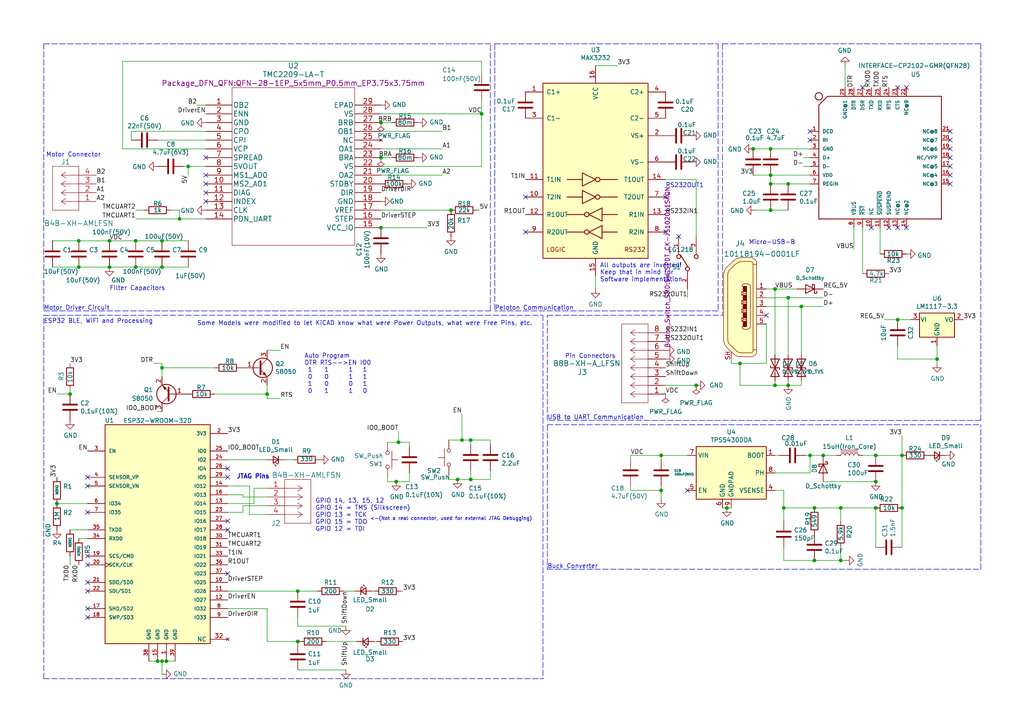
<source format=kicad_sch>
(kicad_sch (version 20211123) (generator eeschema)
  (paper "A4")
  (title_block (title "SmartSpin2k") (date "2022-09-17") (rev "2.35") (company "GitHub") (comment 1 "Design by: Alex Quilty and Xymon Aesquivel") (comment 2 "Owner: Anthony Doud"))
  (junction (at 22.86 77.47))
  (junction (at 236.22 147.32))
  (junction (at 48.26 191.77))
  (junction (at 228.6 86.36))
  (junction (at 139.7 33.02))
  (junction (at 254 132.08))
  (junction (at 110.49 66.04))
  (junction (at 77.47 114.3))
  (junction (at 236.22 162.56))
  (junction (at 46.99 191.77))
  (junction (at 227.33 147.32))
  (junction (at 45.72 191.77))
  (junction (at 46.99 69.85))
  (junction (at 46.99 106.68))
  (junction (at 110.49 35.56))
  (junction (at 39.37 69.85))
  (junction (at 191.77 142.24))
  (junction (at 234.95 132.08))
  (junction (at 136.525 127.635))
  (junction (at 86.36 171.45))
  (junction (at 243.84 147.32))
  (junction (at 223.52 43.18))
  (junction (at 31.75 69.85))
  (junction (at 201.93 111.76))
  (junction (at 110.49 45.72))
  (junction (at 130.81 60.96))
  (junction (at 218.44 43.18))
  (junction (at 132.715 139.065))
  (junction (at 214.63 105.41))
  (junction (at 243.84 162.56))
  (junction (at 20.32 114.3))
  (junction (at 54.61 48.26))
  (junction (at 228.6 53.34))
  (junction (at 39.37 77.47))
  (junction (at 224.79 111.76))
  (junction (at 260.35 92.71))
  (junction (at 254 139.7))
  (junction (at 136.525 139.065))
  (junction (at 261.62 132.08))
  (junction (at 228.6 111.76))
  (junction (at 223.52 60.96))
  (junction (at 224.79 83.82))
  (junction (at 133.985 127.635))
  (junction (at 16.51 146.05))
  (junction (at 22.86 69.85))
  (junction (at 191.77 132.08))
  (junction (at 261.62 147.32))
  (junction (at 223.52 53.34))
  (junction (at 223.52 50.8))
  (junction (at 31.75 77.47))
  (junction (at 271.78 104.14))
  (junction (at 210.82 147.32))
  (junction (at 114.935 139.7))
  (junction (at 232.41 88.9))
  (junction (at 254 147.32))
  (junction (at 86.36 186.055))
  (junction (at 115.57 128.27))
  (junction (at 238.76 132.08))
  (junction (at 46.99 77.47))
  (junction (at 52.07 63.5))
  (no_connect (at 262.89 25.4))
  (no_connect (at 152.4 67.31))
  (no_connect (at 260.35 66.04))
  (no_connect (at 25.4 163.83))
  (no_connect (at 234.95 38.1))
  (no_connect (at 59.69 55.88))
  (no_connect (at 66.04 138.43))
  (no_connect (at 25.4 171.45))
  (no_connect (at 275.59 43.18))
  (no_connect (at 260.35 25.4))
  (no_connect (at 222.25 91.44))
  (no_connect (at 275.59 40.64))
  (no_connect (at 275.59 53.34))
  (no_connect (at 199.39 142.24))
  (no_connect (at 59.69 45.72))
  (no_connect (at 252.73 66.04))
  (no_connect (at 66.04 151.13))
  (no_connect (at 257.81 66.04))
  (no_connect (at 234.95 40.64))
  (no_connect (at 25.4 138.43))
  (no_connect (at 193.04 67.31))
  (no_connect (at 250.19 25.4))
  (no_connect (at 275.59 45.72))
  (no_connect (at 25.4 179.07))
  (no_connect (at 275.59 50.8))
  (no_connect (at 275.59 38.1))
  (no_connect (at 59.69 53.34))
  (no_connect (at 25.4 148.59))
  (no_connect (at 275.59 48.26))
  (no_connect (at 196.85 68.58))
  (no_connect (at 66.04 153.67))
  (no_connect (at 262.89 66.04))
  (no_connect (at 25.4 176.53))
  (no_connect (at 152.4 57.15))
  (no_connect (at 25.4 161.29))
  (no_connect (at 66.04 166.37))
  (no_connect (at 59.69 58.42))
  (no_connect (at 66.04 135.89))
  (no_connect (at 25.4 168.91))
  (no_connect (at 193.04 57.15))
  (no_connect (at 25.4 140.97))
  (no_connect (at 59.69 50.8))
  (wire (pts (xy 227.33 162.56) (xy 236.22 162.56)))
  (wire (pts (xy 238.76 132.08) (xy 242.57 132.08)))
  (wire (pts (xy 260.35 92.71) (xy 264.16 92.71)))
  (wire (pts (xy 233.045 48.26) (xy 234.95 48.26)))
  (wire (pts (xy 59.69 38.1) (xy 38.1 38.1)))
  (polyline (pts (xy 158.75 91.44) (xy 209.55 91.44)))
  (wire (pts (xy 112.395 138.43) (xy 112.395 139.7)))
  (wire (pts (xy 128.27 38.1) (xy 110.49 38.1)))
  (wire (pts (xy 94.615 186.055) (xy 103.505 186.055)))
  (wire (pts (xy 261.62 126.365) (xy 261.62 132.08)))
  (wire (pts (xy 136.525 139.065) (xy 142.24 139.065)))
  (wire (pts (xy 118.745 137.16) (xy 118.745 139.7)))
  (wire (pts (xy 110.49 33.02) (xy 139.7 33.02)))
  (wire (pts (xy 228.6 53.34) (xy 234.95 53.34)))
  (wire (pts (xy 108.585 186.055) (xy 109.22 186.055)))
  (wire (pts (xy 81.28 115.57) (xy 77.47 115.57)))
  (wire (pts (xy 136.525 127.635) (xy 136.525 128.905)))
  (wire (pts (xy 256.54 92.71) (xy 260.35 92.71)))
  (wire (pts (xy 110.49 60.96) (xy 130.81 60.96)))
  (polyline (pts (xy 208.28 90.17) (xy 143.51 90.17)))
  (wire (pts (xy 130.175 139.065) (xy 132.715 139.065)))
  (wire (pts (xy 271.78 104.14) (xy 271.78 105.41)))
  (wire (pts (xy 223.52 53.34) (xy 228.6 53.34)))
  (wire (pts (xy 224.79 83.82) (xy 222.25 83.82)))
  (wire (pts (xy 214.63 105.41) (xy 222.25 105.41)))
  (wire (pts (xy 224.79 83.82) (xy 224.79 102.87)))
  (wire (pts (xy 210.82 147.32) (xy 212.09 147.32)))
  (wire (pts (xy 46.99 105.41) (xy 44.45 105.41)))
  (wire (pts (xy 45.72 191.77) (xy 46.99 191.77)))
  (wire (pts (xy 35.56 43.18) (xy 59.69 43.18)))
  (wire (pts (xy 66.04 148.59) (xy 70.485 148.59)))
  (wire (pts (xy 45.72 40.64) (xy 59.69 40.64)))
  (wire (pts (xy 219.075 60.96) (xy 223.52 60.96)))
  (wire (pts (xy 113.665 45.72) (xy 110.49 45.72)))
  (wire (pts (xy 54.61 48.26) (xy 53.34 48.26)))
  (wire (pts (xy 66.04 146.05) (xy 73.66 146.05)))
  (wire (pts (xy 48.26 191.77) (xy 50.8 191.77)))
  (polyline (pts (xy 12.7 91.44) (xy 157.48 91.44)))
  (wire (pts (xy 199.39 83.82) (xy 199.39 86.36)))
  (polyline (pts (xy 158.75 123.19) (xy 158.75 165.1)))
  (wire (pts (xy 72.39 140.97) (xy 66.04 140.97)))
  (wire (pts (xy 260.35 100.33) (xy 260.35 104.14)))
  (wire (pts (xy 22.86 77.47) (xy 31.75 77.47)))
  (wire (pts (xy 86.36 186.055) (xy 86.995 186.055)))
  (wire (pts (xy 66.04 143.51) (xy 70.485 143.51)))
  (wire (pts (xy 254 147.32) (xy 254 158.75)))
  (wire (pts (xy 46.99 106.68) (xy 46.99 105.41)))
  (wire (pts (xy 234.95 137.16) (xy 234.95 132.08)))
  (wire (pts (xy 247.65 66.04) (xy 247.65 72.39)))
  (wire (pts (xy 136.525 139.065) (xy 132.715 139.065)))
  (wire (pts (xy 250.19 132.08) (xy 254 132.08)))
  (wire (pts (xy 46.99 109.22) (xy 46.99 106.68)))
  (wire (pts (xy 115.57 125.095) (xy 115.57 128.27)))
  (wire (pts (xy 227.33 142.24) (xy 227.33 147.32)))
  (wire (pts (xy 130.175 137.795) (xy 130.175 139.065)))
  (wire (pts (xy 228.6 86.36) (xy 228.6 102.87)))
  (wire (pts (xy 193.04 111.76) (xy 201.93 111.76)))
  (wire (pts (xy 236.22 147.32) (xy 243.84 147.32)))
  (polyline (pts (xy 12.7 90.17) (xy 142.24 90.17)))
  (wire (pts (xy 52.07 63.5) (xy 39.37 63.5)))
  (wire (pts (xy 54.61 50.8) (xy 54.61 48.26)))
  (wire (pts (xy 46.99 191.77) (xy 48.26 191.77)))
  (wire (pts (xy 128.27 43.18) (xy 110.49 43.18)))
  (wire (pts (xy 112.395 139.7) (xy 114.935 139.7)))
  (wire (pts (xy 116.84 171.45) (xy 116.205 171.45)))
  (polyline (pts (xy 209.55 12.7) (xy 209.55 91.44)))
  (wire (pts (xy 182.88 132.08) (xy 191.77 132.08)))
  (wire (pts (xy 224.79 142.24) (xy 227.33 142.24)))
  (wire (pts (xy 108.585 171.45) (xy 107.95 171.45)))
  (wire (pts (xy 142.24 136.525) (xy 142.24 139.065)))
  (wire (pts (xy 39.37 69.85) (xy 46.99 69.85)))
  (wire (pts (xy 16.51 114.3) (xy 20.32 114.3)))
  (wire (pts (xy 31.75 77.47) (xy 39.37 77.47)))
  (wire (pts (xy 224.79 132.08) (xy 226.06 132.08)))
  (wire (pts (xy 232.41 110.49) (xy 232.41 111.76)))
  (wire (pts (xy 223.52 60.96) (xy 228.6 60.96)))
  (wire (pts (xy 212.09 105.41) (xy 214.63 105.41)))
  (polyline (pts (xy 12.7 196.85) (xy 157.48 196.85)))
  (wire (pts (xy 70.485 146.685) (xy 70.485 148.59)))
  (wire (pts (xy 70.485 144.145) (xy 70.485 143.51)))
  (wire (pts (xy 16.51 146.05) (xy 25.4 146.05)))
  (wire (pts (xy 233.68 132.08) (xy 234.95 132.08)))
  (polyline (pts (xy 284.48 165.1) (xy 284.48 123.19)))
  (wire (pts (xy 54.61 77.47) (xy 46.99 77.47)))
  (wire (pts (xy 223.52 43.18) (xy 234.95 43.18)))
  (wire (pts (xy 271.78 100.33) (xy 271.78 104.14)))
  (wire (pts (xy 130.175 127.635) (xy 133.985 127.635)))
  (wire (pts (xy 133.985 127.635) (xy 136.525 127.635)))
  (polyline (pts (xy 12.7 196.85) (xy 12.7 91.44)))
  (wire (pts (xy 227.33 158.75) (xy 227.33 162.56)))
  (wire (pts (xy 45.72 119.38) (xy 46.99 119.38)))
  (wire (pts (xy 201.93 52.07) (xy 201.93 68.58)))
  (wire (pts (xy 199.39 132.08) (xy 191.77 132.08)))
  (wire (pts (xy 118.745 128.27) (xy 118.745 129.54)))
  (wire (pts (xy 20.32 153.67) (xy 25.4 153.67)))
  (wire (pts (xy 31.75 69.85) (xy 39.37 69.85)))
  (polyline (pts (xy 157.48 91.44) (xy 157.48 196.85)))
  (wire (pts (xy 15.24 69.85) (xy 22.86 69.85)))
  (wire (pts (xy 223.52 53.34) (xy 223.52 50.8)))
  (wire (pts (xy 191.77 132.08) (xy 191.77 133.35)))
  (wire (pts (xy 255.27 66.04) (xy 255.27 73.66)))
  (wire (pts (xy 82.55 133.35) (xy 85.09 133.35)))
  (wire (pts (xy 260.35 104.14) (xy 271.78 104.14)))
  (wire (pts (xy 139.7 29.21) (xy 139.7 33.02)))
  (wire (pts (xy 243.84 147.32) (xy 243.84 151.13)))
  (wire (pts (xy 35.56 17.78) (xy 139.7 17.78)))
  (wire (pts (xy 212.09 104.14) (xy 212.09 105.41)))
  (wire (pts (xy 236.22 162.56) (xy 243.84 162.56)))
  (wire (pts (xy 99.695 171.45) (xy 102.87 171.45)))
  (wire (pts (xy 20.32 113.03) (xy 20.32 114.3)))
  (wire (pts (xy 222.25 105.41) (xy 222.25 93.98)))
  (wire (pts (xy 115.57 128.27) (xy 118.745 128.27)))
  (wire (pts (xy 261.62 132.08) (xy 261.62 147.32)))
  (wire (pts (xy 136.525 136.525) (xy 136.525 139.065)))
  (wire (pts (xy 54.61 69.85) (xy 46.99 69.85)))
  (wire (pts (xy 59.69 63.5) (xy 52.07 63.5)))
  (wire (pts (xy 22.86 69.85) (xy 31.75 69.85)))
  (wire (pts (xy 214.63 111.76) (xy 224.79 111.76)))
  (wire (pts (xy 223.52 50.8) (xy 234.95 50.8)))
  (wire (pts (xy 86.36 181.61) (xy 100.33 181.61)))
  (polyline (pts (xy 12.7 12.7) (xy 142.24 12.7)))
  (polyline (pts (xy 12.7 12.7) (xy 12.7 90.17)))
  (wire (pts (xy 110.49 35.56) (xy 113.665 35.56)))
  (wire (pts (xy 35.56 17.78) (xy 35.56 43.18)))
  (wire (pts (xy 182.88 140.97) (xy 182.88 142.24)))
  (polyline (pts (xy 158.75 121.92) (xy 158.75 91.44)))
  (wire (pts (xy 110.49 66.04) (xy 123.825 66.04)))
  (wire (pts (xy 224.79 137.16) (xy 234.95 137.16)))
  (wire (pts (xy 250.19 66.04) (xy 250.19 79.375)))
  (wire (pts (xy 139.7 21.59) (xy 139.7 17.78)))
  (wire (pts (xy 86.36 171.45) (xy 92.075 171.45)))
  (wire (pts (xy 191.77 142.24) (xy 191.77 144.78)))
  (wire (pts (xy 234.95 132.08) (xy 238.76 132.08)))
  (wire (pts (xy 243.84 162.56) (xy 245.11 162.56)))
  (wire (pts (xy 209.55 147.32) (xy 210.82 147.32)))
  (wire (pts (xy 243.84 158.75) (xy 243.84 162.56)))
  (wire (pts (xy 243.84 147.32) (xy 254 147.32)))
  (wire (pts (xy 39.37 60.96) (xy 41.91 60.96)))
  (wire (pts (xy 172.72 80.01) (xy 172.72 83.82)))
  (wire (pts (xy 182.88 142.24) (xy 191.77 142.24)))
  (wire (pts (xy 86.36 186.055) (xy 86.36 186.69)))
  (wire (pts (xy 191.77 140.97) (xy 191.77 142.24)))
  (wire (pts (xy 15.24 77.47) (xy 22.86 77.47)))
  (wire (pts (xy 57.15 30.48) (xy 59.69 30.48)))
  (wire (pts (xy 39.37 77.47) (xy 46.99 77.47)))
  (polyline (pts (xy 143.51 12.7) (xy 208.28 12.7)))
  (wire (pts (xy 77.47 149.225) (xy 72.39 149.225)))
  (wire (pts (xy 86.36 186.055) (xy 77.47 186.055)))
  (wire (pts (xy 142.24 128.905) (xy 142.24 127.635)))
  (polyline (pts (xy 158.75 123.19) (xy 284.48 123.19)))
  (wire (pts (xy 228.6 86.36) (xy 238.76 86.36)))
  (wire (pts (xy 77.47 176.53) (xy 66.04 176.53)))
  (wire (pts (xy 133.985 120.015) (xy 133.985 127.635)))
  (polyline (pts (xy 142.24 90.17) (xy 142.24 12.7)))
  (wire (pts (xy 112.395 128.27) (xy 115.57 128.27)))
  (wire (pts (xy 232.41 88.9) (xy 232.41 102.87)))
  (wire (pts (xy 38.1 38.1) (xy 38.1 40.64)))
  (wire (pts (xy 77.47 144.145) (xy 70.485 144.145)))
  (wire (pts (xy 66.04 133.35) (xy 77.47 133.35)))
  (polyline (pts (xy 284.48 12.7) (xy 284.48 121.92)))
  (wire (pts (xy 72.39 149.225) (xy 72.39 140.97)))
  (wire (pts (xy 62.23 106.68) (xy 46.99 106.68)))
  (wire (pts (xy 81.28 101.6) (xy 77.47 101.6)))
  (wire (pts (xy 128.27 50.8) (xy 110.49 50.8)))
  (wire (pts (xy 136.525 127.635) (xy 142.24 127.635)))
  (wire (pts (xy 62.23 114.3) (xy 77.47 114.3)))
  (wire (pts (xy 223.52 43.18) (xy 218.44 43.18)))
  (wire (pts (xy 223.52 50.8) (xy 218.44 50.8)))
  (wire (pts (xy 224.79 111.76) (xy 228.6 111.76)))
  (wire (pts (xy 231.14 83.82) (xy 224.79 83.82)))
  (wire (pts (xy 222.25 88.9) (xy 232.41 88.9)))
  (wire (pts (xy 100.33 194.31) (xy 86.36 194.31)))
  (wire (pts (xy 118.745 139.7) (xy 114.935 139.7)))
  (wire (pts (xy 245.11 19.05) (xy 245.11 25.4)))
  (wire (pts (xy 20.32 163.83) (xy 20.32 161.29)))
  (wire (pts (xy 224.79 110.49) (xy 224.79 111.76)))
  (wire (pts (xy 254 132.08) (xy 261.62 132.08)))
  (wire (pts (xy 222.25 86.36) (xy 228.6 86.36)))
  (polyline (pts (xy 208.28 12.7) (xy 208.28 90.17)))
  (wire (pts (xy 172.72 19.05) (xy 179.07 19.05)))
  (wire (pts (xy 193.04 52.07) (xy 201.93 52.07)))
  (wire (pts (xy 46.99 191.77) (xy 46.99 195.58)))
  (wire (pts (xy 261.62 147.32) (xy 261.62 158.75)))
  (polyline (pts (xy 284.48 121.92) (xy 158.75 121.92)))
  (wire (pts (xy 228.6 110.49) (xy 228.6 111.76)))
  (polyline (pts (xy 158.75 165.1) (xy 284.48 165.1)))
  (wire (pts (xy 22.86 156.21) (xy 25.4 156.21)))
  (wire (pts (xy 66.04 171.45) (xy 86.36 171.45)))
  (wire (pts (xy 233.045 45.72) (xy 234.95 45.72)))
  (wire (pts (xy 182.88 132.08) (xy 182.88 133.35)))
  (wire (pts (xy 232.41 88.9) (xy 238.76 88.9)))
  (wire (pts (xy 77.47 115.57) (xy 77.47 114.3)))
  (polyline (pts (xy 209.55 12.7) (xy 284.48 12.7)))
  (wire (pts (xy 77.47 146.685) (xy 70.485 146.685)))
  (wire (pts (xy 227.33 151.13) (xy 227.33 147.32)))
  (wire (pts (xy 73.66 146.05) (xy 73.66 141.605)))
  (wire (pts (xy 52.07 60.96) (xy 52.07 63.5)))
  (wire (pts (xy 77.47 186.055) (xy 77.47 176.53)))
  (wire (pts (xy 54.61 48.26) (xy 59.69 48.26)))
  (wire (pts (xy 49.53 60.96) (xy 52.07 60.96)))
  (wire (pts (xy 110.49 48.26) (xy 139.7 48.26)))
  (wire (pts (xy 228.6 111.76) (xy 232.41 111.76)))
  (wire (pts (xy 77.47 114.3) (xy 77.47 111.76)))
  (wire (pts (xy 139.065 60.96) (xy 138.43 60.96)))
  (wire (pts (xy 43.18 191.77) (xy 45.72 191.77)))
  (wire (pts (xy 86.36 179.07) (xy 86.36 181.61)))
  (wire (pts (xy 139.7 33.02) (xy 139.7 48.26)))
  (wire (pts (xy 73.66 141.605) (xy 77.47 141.605)))
  (polyline (pts (xy 143.51 12.7) (xy 143.51 90.17)))
  (wire (pts (xy 236.22 147.32) (xy 227.33 147.32)))
  (wire (pts (xy 214.63 105.41) (xy 214.63 111.76)))
  (wire (pts (xy 238.76 139.7) (xy 254 139.7)))
  (text "Peloton Communication" (at 143.51 90.17 0) (effects (font (size 1.27 1.27)) (justify left bottom)))
  (text "JTAG Pins" (at 68.58 139.065 0) (effects (font (size 1.27 1.27) (thickness 0.254) bold) (justify left bottom)))
  (text "Motor Connector" (at 13.335 45.72 0) (effects (font (size 1.27 1.27)) (justify left bottom)))
  (text "Buck Converter" (at 158.75 165.1 0) (effects (font (size 1.27 1.27)) (justify left bottom)))
  (text "ESP32 BLE, WiFi and Processing" (at 12.7 93.98 0) (effects (font (size 1.27 1.27)) (justify left bottom)))
  (text "RS232OUT1" (at 193.04 54.61 0) (effects (font (size 1.27 1.27)) (justify left bottom)))
  (text "USB to UART Communication" (at 158.75 121.92 0) (effects (font (size 1.27 1.27)) (justify left bottom)))
  (text "Pin Connectors" (at 163.83 104.14 0) (effects (font (size 1.27 1.27)) (justify left bottom)))
  (text "All outputs are inverted! \nKeep that in mind for\nSoftware implementation" (at 173.99 81.915 0) (effects (font (size 1.27 1.27)) (justify left bottom)))
  (text "<-(Not a real connector, used for external JTAG Debugging)" (at 107.315 151.13 0) (effects (font (size 1 1)) (justify left bottom)))
  (text "Some Models were modified to let KiCAD know what were Power Outputs, what were Free Pins, etc." (at 57.15 94.615 0) (effects (font (size 1.27 1.27)) (justify left bottom)))
  (text "Auto Program\nDTR RTS-->EN IO0\n 1	 1	   1   1\n 0	 0	   1   1\n 1	 0	   0   1\n 0	 1	   1   0" (at 88.265 114.3 0) (effects (font (size 1.27 1.27)) (justify left bottom)))
  (text "GPIO 14, 13, 15, 12\nGPIO 14 = TMS (Silkscreen)\nGPIO 13 = TCK\nGPIO 15 = TDO\nGPIO 12 = TDI\n" (at 91.44 154.305 0) (effects (font (size 1.27 1.27)) (justify left bottom)))
  (text "Motor Driver Circuit" (at 12.7 90.17 0) (effects (font (size 1.27 1.27)) (justify left bottom)))
  (text "Filter Capacitors" (at 31.75 84.455 0) (effects (font (size 1.27 1.27)) (justify left bottom)))
  (text "Micro-USB-B\n" (at 217.17 71.12 0) (effects (font (size 1.27 1.27)) (justify left bottom)))
  (label "DTR" (at 247.65 25.4 90))
  (label "RTS" (at 257.81 25.4 90))
  (label "D+" (at 233.045 45.72 180))
  (label "RS232IN1" (at 193.04 62.23 0))
  (label "B1" (at 27.94 53.34 0))
  (label "VBUS" (at 247.65 72.39 180))
  (label "3V3" (at 279.4 92.71 0))
  (label "3V3" (at 257.81 79.375 0))
  (label "3V3" (at 123.825 66.04 0))
  (label "RXD0" (at 252.73 25.4 90))
  (label "D-" (at 238.76 86.36 0))
  (label "TMCUART2" (at 39.37 60.96 180))
  (label "DriverDIR" (at 110.49 55.88 0))
  (label "RS232IN1" (at 193.04 96.52 0))
  (label "R1OUT" (at 66.04 163.83 0))
  (label "ShiftUp" (at 193.04 106.68 0))
  (label "B2" (at 27.94 50.8 0))
  (label "RXD0" (at 22.86 163.83 270))
  (label "3V3" (at 261.62 126.365 180))
  (label "A1" (at 27.94 55.88 0))
  (label "5V" (at 139.065 60.96 0))
  (label "TMCUART1" (at 66.04 156.21 0))
  (label "A1" (at 128.27 43.18 0))
  (label "3V3" (at 20.32 105.41 0))
  (label "ShiftDown" (at 193.04 109.22 0))
  (label "BRA" (at 113.665 45.72 180))
  (label "RS232OUT1" (at 193.04 99.06 0))
  (label "TMCUART1" (at 39.37 63.5 180))
  (label "TXD0" (at 255.27 25.4 90))
  (label "DriverSTEP" (at 110.49 63.5 0))
  (label "IO0_BOOT" (at 45.72 119.38 180))
  (label "DTR" (at 44.45 105.41 180))
  (label "VDC" (at 182.88 132.08 0))
  (label "VDC" (at 31.75 69.85 0))
  (label "D-" (at 233.045 48.26 180))
  (label "IO0_BOOT" (at 115.57 125.095 180))
  (label "ShiftDown" (at 100.965 171.45 270))
  (label "A2" (at 27.94 58.42 0))
  (label "ShiftUp" (at 100.965 186.055 270))
  (label "REG_5V" (at 238.76 83.82 0))
  (label "DriverEN" (at 59.69 33.02 180))
  (label "VDC" (at 193.04 114.3 0))
  (label "EN" (at 133.985 120.015 180))
  (label "3V3" (at 16.51 138.43 90))
  (label "REG_5V" (at 256.54 92.71 180))
  (label "T1IN" (at 66.04 161.29 0))
  (label "VDC" (at 139.7 33.02 180))
  (label "RTS" (at 81.28 115.57 0))
  (label "DriverDIR" (at 66.04 179.07 0))
  (label "VBUS" (at 224.79 83.82 0))
  (label "3V3" (at 116.84 171.45 0))
  (label "TMCUART2" (at 66.04 158.75 0))
  (label "B1" (at 128.27 38.1 0))
  (label "DriverSTEP" (at 66.04 168.91 0))
  (label "RS232OUT1" (at 199.39 86.36 180))
  (label "BRB" (at 113.665 35.56 180))
  (label "D+" (at 238.76 88.9 0))
  (label "A2" (at 128.27 50.8 0))
  (label "EN" (at 16.51 114.3 180))
  (label "EN" (at 81.28 101.6 0))
  (label "5V" (at 54.61 50.8 270))
  (label "B2" (at 57.15 30.48 180))
  (label "3V3" (at 116.84 186.055 0))
  (label "R1OUT" (at 152.4 62.23 180))
  (label "DriverEN" (at 66.04 173.99 0))
  (label "3V3" (at 218.44 50.8 180))
  (label "3V3" (at 179.07 19.05 0))
  (label "3V3" (at 66.04 125.73 0))
  (label "T1IN" (at 152.4 52.07 180))
  (label "TXD0" (at 20.32 163.83 270))
  (label "IO0_BOOT" (at 66.04 130.81 0))
  (label "EN" (at 25.4 130.81 180))
  (symbol (lib_id "Regulator_Switching:TPS5430DDA") (at 212.09 137.16 0) (unit 1)
    (property "Reference" "U4" (at 212.09 125.2982 0))
    (property "Value" "TPS5430DDA" (at 212.09 127.6096 0))
    (property "Footprint" "Package_SO:SOIC-8-1EP_3.9x4.9mm_P1.27mm_EP2.514x3.2mm" (effects hide))
    (property "Datasheet" "http://www.ti.com/lit/ds/symlink/tps5430.pdf" (effects hide))
  )
  (symbol (lib_id "Device:D_Schottky") (at 238.76 135.89 270) (unit 1)
    (property "Reference" "D8" (at 236.22 135.89 0))
    (property "Value" "D_Schottky" (at 238.76 140.97 90))
    (property "Footprint" "Diode_SMD:D_SMA" (effects hide))
  )
  (symbol (lib_id "Device:C") (at 227.33 154.94 0) (unit 1)
    (property "Reference" "C26" (at 230.251 153.7716 0) (effects (justify left)))
    (property "Value" "150pF" (at 230.251 156.083 0) (effects (justify left)))
    (property "Footprint" "Capacitor_SMD:C_0805_2012Metric" (effects hide))
  )
  (symbol (lib_id "Device:C") (at 229.87 132.08 90) (unit 1)
    (property "Reference" "C28" (at 230.505 127 90) (effects (justify left)))
    (property "Value" "0.01uF" (at 234.2134 128.651 90) (effects (justify left)))
    (property "Footprint" "Capacitor_SMD:C_0805_2012Metric" (effects hide))
  )
  (symbol (lib_id "Device:C") (at 254 135.89 0) (unit 1)
    (property "Reference" "C30" (at 245.745 134.8486 0) (effects (justify left)))
    (property "Value" "100uF" (at 245.745 137.16 0) (effects (justify left)))
    (property "Footprint" "Capacitor_SMD:C_1206_3216Metric" (effects hide))
  )
  (symbol (lib_id "Device:R") (at 236.22 151.13 0) (unit 1)
    (property "Reference" "R19" (at 234.315 152.4 90) (effects (justify left)))
    (property "Value" "549" (at 236.22 153.035 90) (effects (justify left)))
    (property "Footprint" "Resistor_SMD:R_0402_1005Metric" (effects hide))
  )
  (symbol (lib_id "Device:R") (at 243.84 154.94 0) (unit 1)
    (property "Reference" "R20" (at 246.38 156.21 90) (effects (justify left)))
    (property "Value" "5.9k" (at 243.84 156.845 90) (effects (justify left)))
    (property "Footprint" "Resistor_SMD:R_0603_1608Metric" (effects hide))
  )
  (symbol (lib_id "Device:R") (at 257.81 147.32 90) (unit 1)
    (property "Reference" "R22" (at 259.08 144.78 90) (effects (justify left)))
    (property "Value" "10k" (at 259.715 147.32 90) (effects (justify left)))
    (property "Footprint" "Resistor_SMD:R_0402_1005Metric" (effects hide))
  )
  (symbol (lib_id "Device:C") (at 257.81 158.75 90) (unit 1)
    (property "Reference" "C31" (at 256.6416 155.829 0) (effects (justify left)))
    (property "Value" "1.5nF" (at 258.953 155.829 0) (effects (justify left)))
    (property "Footprint" "Capacitor_SMD:C_0805_2012Metric" (effects hide))
  )
  (symbol (lib_id "Device:C") (at 236.22 158.75 0) (unit 1)
    (property "Reference" "C29" (at 239.141 157.5816 0) (effects (justify left)))
    (property "Value" "0.1uF" (at 239.141 159.893 0) (effects (justify left)))
    (property "Footprint" "Capacitor_SMD:C_0402_1005Metric" (effects hide))
  )
  (symbol (lib_id "power:GND") (at 245.11 162.56 90) (unit 1)
    (property "Reference" "#PWR032" (effects hide))
    (property "Value" "GND" (at 249.5042 162.433 0))
  )
  (symbol (lib_id "power:GND") (at 254 139.7 0) (unit 1)
    (property "Reference" "#PWR033" (effects hide))
    (property "Value" "GND" (at 254.127 144.0942 0))
  )
  (symbol (lib_id "Device:C") (at 182.88 137.16 0) (unit 1)
    (property "Reference" "C18" (at 177.165 141.605 0) (effects (justify left)))
    (property "Value" "4.7uF(50V)" (at 177.165 143.9164 0) (effects (justify left)))
    (property "Footprint" "Capacitor_SMD:C_1206_3216Metric" (effects hide))
  )
  (symbol (lib_id "Device:C") (at 191.77 137.16 0) (unit 1)
    (property "Reference" "C19" (at 195.58 136.525 0) (effects (font (size 0.635 0.635)) (justify left)))
    (property "Value" "100uF(50V)" (at 195.58 137.5664 0) (effects (font (size 0.635 0.635)) (justify left)))
    (property "Footprint" "Capacitor_SMD:CP_Elec_8x10" (effects hide))
  )
  (symbol (lib_id "power:GND") (at 191.77 144.78 0) (unit 1)
    (property "Reference" "#PWR021" (effects hide))
    (property "Value" "GND" (at 191.897 149.1742 0))
  )
  (symbol (lib_id "power:GND") (at 210.82 147.32 0) (unit 1)
    (property "Reference" "#PWR027" (effects hide))
    (property "Value" "GND" (at 210.947 151.7142 0))
  )
  (symbol (lib_id "Device:R") (at 20.32 109.22 0) (unit 1)
    (property "Reference" "R3" (at 17.78 110.49 90) (effects (justify left)))
    (property "Value" "10k" (at 20.32 111.125 90) (effects (justify left)))
    (property "Footprint" "Resistor_SMD:R_0402_1005Metric" (effects hide))
  )
  (symbol (lib_id "Device:C") (at 136.525 132.715 0) (unit 1)
    (property "Reference" "C15" (at 135.89 141.605 0) (effects (justify left)))
    (property "Value" "0.1uF(10%)" (at 135.89 143.9164 0) (effects (justify left)))
    (property "Footprint" "Capacitor_SMD:C_0402_1005Metric" (effects hide))
  )
  (symbol (lib_id "Device:R") (at 58.42 114.3 90) (unit 1)
    (property "Reference" "R7" (at 59.69 112.395 90) (effects (justify left)))
    (property "Value" "10k" (at 60.325 114.3 90) (effects (justify left)))
    (property "Footprint" "Resistor_SMD:R_0402_1005Metric" (effects hide))
  )
  (symbol (lib_id "Device:R") (at 66.04 106.68 90) (unit 1)
    (property "Reference" "R8" (at 67.945 104.775 90) (effects (justify left)))
    (property "Value" "10k" (at 67.945 106.68 90) (effects (justify left)))
    (property "Footprint" "Resistor_SMD:R_0402_1005Metric" (effects hide))
  )
  (symbol (lib_id "Device:LED_Small") (at 105.41 171.45 0) (unit 1)
    (property "Reference" "D2" (at 107.315 176.7078 0))
    (property "Value" "LED_Small" (at 107.315 173.99 0))
    (property "Footprint" "LED_SMD:LED_0603_1608Metric" (effects hide))
  )
  (symbol (lib_id "Device:LED_Small") (at 106.045 186.055 0) (mirror x) (unit 1)
    (property "Reference" "D3" (at 107.315 191.135 0))
    (property "Value" "LED_Small" (at 107.315 189.23 0))
    (property "Footprint" "LED_SMD:LED_0603_1608Metric" (effects hide))
  )
  (symbol (lib_id "INTERFACE-CP2102-GMR_QFN28_:INTERFACE-CP2102-GMR(QFN28)") (at 255.27 45.72 0) (unit 1)
    (property "Reference" "U5" (at 264.16 21.59 0) (effects (justify left)))
    (property "Value" "INTERFACE-CP2102-GMR(QFN28)" (at 248.92 19.05 0) (effects (justify left)))
    (property "Footprint" "Package_DFN_QFN:QFN-28-1EP_5x5mm_P0.5mm_EP3.35x3.35mm" (effects hide))
    (property "MPN" "CP2102-GMR" (effects hide))
  )
  (symbol (lib_id "Device:C") (at 218.44 46.99 180) (unit 1)
    (property "Reference" "C23" (at 220.98 38.1 0) (effects (justify left)))
    (property "Value" "0.1uF" (at 221.615 40.005 0) (effects (justify left)))
    (property "Footprint" "Capacitor_SMD:C_0402_1005Metric" (effects hide))
  )
  (symbol (lib_id "Device:C") (at 152.4 30.48 180) (unit 1)
    (property "Reference" "C17" (at 149.479 31.6484 0) (effects (justify left)))
    (property "Value" "0.1uF" (at 149.479 29.337 0) (effects (justify left)))
    (property "Footprint" "Capacitor_SMD:C_0402_1005Metric" (effects hide))
  )
  (symbol (lib_id "Device:C") (at 193.04 30.48 180) (unit 1)
    (property "Reference" "C20" (at 201.295 31.75 0) (effects (justify left)))
    (property "Value" "0.1uF" (at 201.295 29.4386 0) (effects (justify left)))
    (property "Footprint" "Capacitor_SMD:C_0402_1005Metric" (effects hide))
  )
  (symbol (lib_id "Device:C") (at 223.52 57.15 0) (unit 1)
    (property "Reference" "C25" (at 215.265 56.1086 0) (effects (justify left)))
    (property "Value" "1.0uF" (at 215.265 58.42 0) (effects (justify left)))
    (property "Footprint" "Capacitor_SMD:C_0805_2012Metric" (effects hide))
  )
  (symbol (lib_id "Device:C") (at 228.6 57.15 0) (unit 1)
    (property "Reference" "C27" (at 231.775 56.1086 0) (effects (justify left)))
    (property "Value" "0.1uF" (at 231.775 58.42 0) (effects (justify left)))
    (property "Footprint" "Capacitor_SMD:C_0402_1005Metric" (effects hide))
  )
  (symbol (lib_id "Regulator_Linear:LM1117-3.3") (at 271.78 92.71 0) (unit 1)
    (property "Reference" "U6" (at 271.78 86.5632 0))
    (property "Value" "LM1117-3.3" (at 271.78 88.8746 0))
    (property "Footprint" "Package_TO_SOT_SMD:SOT-223-3_TabPin2" (effects hide))
    (property "Datasheet" "http://www.ti.com/lit/ds/symlink/lm1117.pdf" (effects hide))
  )
  (symbol (lib_id "Device:C") (at 260.35 96.52 180) (unit 1)
    (property "Reference" "C32" (at 264.16 96.52 90))
    (property "Value" "10uF" (at 256.2606 96.52 90))
    (property "Footprint" "Capacitor_SMD:C_0603_1608Metric" (effects hide))
  )
  (symbol (lib_id "power:GND") (at 271.78 105.41 0) (unit 1)
    (property "Reference" "#PWR035" (effects hide))
    (property "Value" "GND" (at 271.907 109.8042 0))
  )
  (symbol (lib_id "Switch:SW_Push") (at 130.175 132.715 90) (unit 1)
    (property "Reference" "SW2" (at 123.825 136.525 90) (effects (justify right)))
    (property "Value" "SW_Push" (at 121.92 138.43 90) (effects (justify right)))
    (property "Footprint" "Button_Switch_SMD:SW_Push_SPST_NO_Alps_SKRK" (effects hide))
  )
  (symbol (lib_id "power:GND") (at 132.715 139.065 0) (unit 1)
    (property "Reference" "#PWR019" (effects hide))
    (property "Value" "GND" (at 132.842 143.4592 0))
  )
  (symbol (lib_id "power:GND") (at 46.99 195.58 90) (unit 1)
    (property "Reference" "#PWR05" (effects hide))
    (property "Value" "GND" (at 50.2412 195.453 90) (effects (justify right)))
  )
  (symbol (lib_id "Device:LED_Small") (at 271.78 132.08 180) (unit 1)
    (property "Reference" "D9" (at 274.32 127 0))
    (property "Value" "LED_Small" (at 274.32 129.3114 0))
    (property "Footprint" "LED_SMD:LED_0603_1608Metric" (effects hide))
  )
  (symbol (lib_id "Device:R") (at 265.43 132.08 270) (unit 1)
    (property "Reference" "R24" (at 265.43 130.175 90))
    (property "Value" "330" (at 265.43 132.08 90))
    (property "Footprint" "Resistor_SMD:R_0402_1005Metric" (effects hide))
  )
  (symbol (lib_id "power:GND") (at 274.32 132.08 90) (unit 1)
    (property "Reference" "#PWR036" (effects hide))
    (property "Value" "GND" (at 273.05 134.62 90) (effects (justify right)))
  )
  (symbol (lib_id "power:GND") (at 219.075 60.96 270) (unit 1)
    (property "Reference" "#PWR029" (effects hide))
    (property "Value" "GND" (at 215.8238 61.087 90) (effects (justify right)))
  )
  (symbol (lib_id "power:GND") (at 218.44 43.18 270) (unit 1)
    (property "Reference" "#PWR028" (effects hide))
    (property "Value" "GND" (at 215.1888 43.307 90) (effects (justify right)))
  )
  (symbol (lib_id "power:GND") (at 245.11 19.05 180) (unit 1)
    (property "Reference" "#PWR031" (effects hide))
    (property "Value" "GND" (at 244.983 14.6558 0))
  )
  (symbol (lib_id "power:GND") (at 228.6 111.76 0) (unit 1)
    (property "Reference" "#PWR030" (effects hide))
    (property "Value" "GND" (at 228.727 115.0112 90) (effects (justify right)))
  )
  (symbol (lib_id "Device:R") (at 16.51 149.86 180) (unit 1)
    (property "Reference" "R2" (at 18.288 148.6916 0) (effects (justify right)))
    (property "Value" "1M" (at 16.51 151.13 90) (effects (justify right)))
    (property "Footprint" "Resistor_SMD:R_0402_1005Metric" (effects hide))
  )
  (symbol (lib_id "power:GND") (at 16.51 153.67 0) (unit 1)
    (property "Reference" "#PWR01" (effects hide))
    (property "Value" "GND" (at 13.97 151.765 90) (effects (justify right)))
  )
  (symbol (lib_id "Device:R") (at 112.395 171.45 90) (unit 1)
    (property "Reference" "R12" (at 112.395 168.91 90))
    (property "Value" "330" (at 112.395 171.45 90))
    (property "Footprint" "Resistor_SMD:R_0402_1005Metric" (effects hide))
  )
  (symbol (lib_id "Device:R") (at 254 79.375 270) (unit 1)
    (property "Reference" "R21" (at 252.095 81.28 90) (effects (justify left)))
    (property "Value" "4.7k" (at 252.095 79.375 90) (effects (justify left)))
    (property "Footprint" "Resistor_SMD:R_0402_1005Metric" (effects hide))
  )
  (symbol (lib_id "Device:R") (at 16.51 142.24 0) (unit 1)
    (property "Reference" "R1" (at 18.288 141.0716 0) (effects (justify left)))
    (property "Value" "0(5%)" (at 16.51 143.51 90) (effects (font (size 0.635 0.635)) (justify left)))
    (property "Footprint" "Resistor_SMD:R_0402_1005Metric" (effects hide))
  )
  (symbol (lib_id "Device:LED_Small") (at 80.01 133.35 180) (unit 1)
    (property "Reference" "D1" (at 80.01 128.0922 0))
    (property "Value" "LED_Small" (at 80.01 130.4036 0))
    (property "Footprint" "LED_SMD:LED_0603_1608Metric" (effects hide))
  )
  (symbol (lib_id "Device:R") (at 88.9 133.35 270) (unit 1)
    (property "Reference" "R9" (at 88.9 130.81 90))
    (property "Value" "330" (at 88.9 133.1214 90))
    (property "Footprint" "Resistor_SMD:R_0402_1005Metric" (effects hide))
  )
  (symbol (lib_id "power:GND") (at 92.71 133.35 90) (unit 1)
    (property "Reference" "#PWR08" (effects hide))
    (property "Value" "GND" (at 95.9612 133.223 90) (effects (justify right)))
  )
  (symbol (lib_name "S8050_-_SOT23_1") (lib_id "Transistor_BJT:S8050_-_SOT23") (at 49.53 114.3 180) (unit 1)
    (property "Reference" "Q1" (at 44.45 113.0299 0) (effects (justify left)))
    (property "Value" "S8050" (at 44.45 115.5699 0) (effects (justify left)))
    (property "Footprint" "Package_TO_SOT_SMD:SOT-23" (effects hide))
    (property "Datasheet" "http://www.unisonic.com.tw/datasheet/S8050.pdf" (effects hide))
  )
  (symbol (lib_id "Transistor_BJT:S8050_-_SOT23") (at 74.93 106.68 0) (unit 1)
    (property "Reference" "Q2" (at 79.756 105.5116 0) (effects (justify left)))
    (property "Value" "S8050" (at 79.756 107.823 0) (effects (justify left)))
    (property "Footprint" "Package_TO_SOT_SMD:SOT-23" (effects hide))
    (property "Datasheet" "http://www.unisonic.com.tw/datasheet/S8050.pdf" (effects hide))
  )
  (symbol (lib_id "Device:R") (at 20.32 157.48 0) (unit 1)
    (property "Reference" "R4" (at 15.24 157.48 0) (effects (justify left)))
    (property "Value" "0(5%)" (at 20.32 158.75 90) (effects (font (size 0.635 0.635)) (justify left)))
    (property "Footprint" "Resistor_SMD:R_0402_1005Metric" (effects hide))
  )
  (symbol (lib_id "Device:R") (at 22.86 160.02 0) (unit 1)
    (property "Reference" "R5" (at 25.4 160.655 90) (effects (justify left)))
    (property "Value" "0(5%)" (at 22.86 161.29 90) (effects (font (size 0.635 0.635)) (justify left)))
    (property "Footprint" "Resistor_SMD:R_0402_1005Metric" (effects hide))
  )
  (symbol (lib_id "Switch:SW_Push") (at 112.395 133.35 270) (unit 1)
    (property "Reference" "SW1" (at 111.1758 134.5184 90) (effects (justify right)))
    (property "Value" "SW_Push" (at 111.1758 132.207 90) (effects (justify right)))
    (property "Footprint" "Button_Switch_SMD:SW_Push_SPST_NO_Alps_SKRK" (effects hide))
  )
  (symbol (lib_id "power:GND") (at 114.935 139.7 0) (unit 1)
    (property "Reference" "#PWR014" (effects hide))
    (property "Value" "GND" (at 115.062 144.0942 0))
  )
  (symbol (lib_id "Device:C") (at 118.745 133.35 0) (unit 1)
    (property "Reference" "C13" (at 117.475 141.1986 0) (effects (justify left)))
    (property "Value" "0.1uF(10%)" (at 117.475 143.51 0) (effects (justify left)))
    (property "Footprint" "Capacitor_SMD:C_0402_1005Metric" (effects hide))
  )
  (symbol (lib_id "Interface_UART:MAX3232") (at 172.72 49.53 0) (unit 1)
    (property "Reference" "U3" (at 172.72 14.4526 0))
    (property "Value" "MAX3232" (at 172.72 16.764 0))
    (property "Footprint" "MAX3232:MAX3232IPWR" (effects hide))
    (property "Datasheet" "https://datasheets.maximintegrated.com/en/ds/MAX3222-MAX3241.pdf" (effects hide))
  )
  (symbol (lib_id "Device:C") (at 196.85 39.37 90) (unit 1)
    (property "Reference" "C21" (at 201.93 38.5064 90) (effects (justify left)))
    (property "Value" "0.1uF" (at 201.93 36.195 90) (effects (justify left)))
    (property "Footprint" "Capacitor_SMD:C_0402_1005Metric" (effects hide))
  )
  (symbol (lib_id "Device:C") (at 196.85 46.99 90) (unit 1)
    (property "Reference" "C22" (at 201.93 46.1264 90) (effects (justify left)))
    (property "Value" "0.1uF" (at 201.93 43.815 90) (effects (justify left)))
    (property "Footprint" "Capacitor_SMD:C_0402_1005Metric" (effects hide))
  )
  (symbol (lib_id "power:GND") (at 200.66 39.37 90) (unit 1)
    (property "Reference" "#PWR025" (effects hide))
    (property "Value" "GND" (at 203.9112 39.243 90) (effects (justify right)))
  )
  (symbol (lib_id "power:GND") (at 200.66 46.99 90) (unit 1)
    (property "Reference" "#PWR026" (effects hide))
    (property "Value" "GND" (at 203.9112 46.863 90) (effects (justify right)))
  )
  (symbol (lib_id "Device:C") (at 223.52 46.99 0) (unit 1)
    (property "Reference" "C24" (at 222.25 38.1 0) (effects (justify left)))
    (property "Value" "4.7uF" (at 222.25 40.005 0) (effects (justify left)))
    (property "Footprint" "Capacitor_SMD:C_0805_2012Metric" (effects hide))
  )
  (symbol (lib_id "Device:C") (at 46.99 73.66 0) (unit 1)
    (property "Reference" "C7" (at 49.911 72.4916 0) (effects (justify left)))
    (property "Value" "100uF(50V)" (at 41.91 68.58 0) (effects (justify left)))
    (property "Footprint" "Capacitor_SMD:CP_Elec_8x10" (effects hide))
  )
  (symbol (lib_id "power:PWR_FLAG") (at 193.04 114.3 180) (unit 1)
    (property "Reference" "#FLG0101" (effects hide))
    (property "Value" "PWR_FLAG" (at 193.04 119.38 0))
  )
  (symbol (lib_id "power:GND") (at 100.33 194.31 0) (mirror y) (unit 1)
    (property "Reference" "#PWR010" (effects hide))
    (property "Value" "GND" (at 100.33 198.7534 0))
  )
  (symbol (lib_id "power:GND") (at 59.69 60.96 270) (unit 1)
    (property "Reference" "#PWR07" (effects hide))
    (property "Value" "GND" (at 56.4388 61.087 90) (effects (justify right)))
  )
  (symbol (lib_id "Device:R") (at 45.72 60.96 270) (unit 1)
    (property "Reference" "R6" (at 45.72 59.055 90))
    (property "Value" "1k" (at 45.72 60.96 90))
    (property "Footprint" "Resistor_SMD:R_0402_1005Metric" (effects hide))
  )
  (symbol (lib_id "Device:L_Iron") (at 246.38 132.08 90) (unit 1)
    (property "Reference" "L1" (at 246.38 126.9832 90))
    (property "Value" "15uH(Iron_Core)" (at 246.38 129.5201 90))
    (property "Footprint" "Inductor_SMD_Extra:L_SXN_SMDRI127_150MT" (effects hide))
  )
  (symbol (lib_id "power:GND") (at 110.49 58.42 90) (unit 1)
    (property "Reference" "#PWR012" (effects hide))
    (property "Value" "GND" (at 113.03 58.42 90) (effects (justify right)))
  )
  (symbol (lib_id "Device:R") (at 130.81 64.77 0) (unit 1)
    (property "Reference" "R17" (at 132.588 63.9353 0) (effects (justify left)))
    (property "Value" "20k" (at 130.81 66.675 90) (effects (justify left)))
    (property "Footprint" "Resistor_SMD:R_0805_2012Metric" (effects hide))
  )
  (symbol (lib_id "power:GND") (at 130.81 68.58 0) (unit 1)
    (property "Reference" "#PWR018" (effects hide))
    (property "Value" "GND" (at 130.81 73.0234 0))
  )
  (symbol (lib_id "Device:C") (at 49.53 48.26 270) (unit 1)
    (property "Reference" "C8" (at 49.53 41.8592 90))
    (property "Value" "4.7uF(6V3)" (at 49.53 44.1706 90))
    (property "Footprint" "Capacitor_SMD:C_0805_2012Metric" (effects hide))
  )
  (symbol (lib_id "power:GND") (at 31.75 77.47 0) (unit 1)
    (property "Reference" "#PWR03" (effects hide))
    (property "Value" "GND" (at 34.29 81.28 0))
  )
  (symbol (lib_id "ESP32-WROOM-32D:ESP32-WROOM-32D") (at 45.72 153.67 0) (unit 1)
    (property "Reference" "U1" (at 31.75 121.92 0))
    (property "Value" "ESP32-WROOM-32D" (at 45.72 122.0271 0))
    (property "Footprint" "RF_Module:ESP32-WROOM-32" (effects hide))
    (property "MAXIMUM_PACKAGE_HEIGHT" "3.2 mm" (effects hide))
    (property "PARTREV" "1.9" (effects hide))
    (property "STANDARD" "Manufacturer Recommendations" (effects hide))
    (property "MANUFACTURER" "Espressif Systems" (effects hide))
  )
  (symbol (lib_id "power:GND") (at 20.32 121.92 0) (unit 1)
    (property "Reference" "#PWR02" (effects hide))
    (property "Value" "GND" (at 20.447 126.3142 0))
  )
  (symbol (lib_id "Device:C") (at 86.36 175.26 0) (mirror y) (unit 1)
    (property "Reference" "C10" (at 89.281 174.4253 0) (effects (justify right)))
    (property "Value" "1uF" (at 89.281 176.9622 0) (effects (justify right)))
    (property "Footprint" "Capacitor_SMD:C_0603_1608Metric" (effects hide))
  )
  (symbol (lib_name "D_Schottky_1") (lib_id "Device:D_Schottky") (at 234.95 83.82 180) (unit 1)
    (property "Reference" "D7" (at 234.95 78.3082 0))
    (property "Value" "D_Schottky" (at 234.95 80.6196 0) (effects (font (size 1 1))))
    (property "Footprint" "Diode_SMD:D_SMA" (effects hide))
  )
  (symbol (lib_id "Device:R") (at 90.805 186.055 90) (unit 1)
    (property "Reference" "R10" (at 90.805 183.515 90))
    (property "Value" "200" (at 90.805 186.0519 90))
    (property "Footprint" "Resistor_SMD:R_0402_1005Metric" (effects hide))
  )
  (symbol (lib_id "Device:C") (at 22.86 73.66 0) (unit 1)
    (property "Reference" "C3" (at 25.781 72.4916 0) (effects (justify left)))
    (property "Value" "10uF(50V)" (at 19.05 81.28 0) (effects (justify left)))
    (property "Footprint" "Capacitor_SMD:C_1206_3216Metric" (effects hide))
  )
  (symbol (lib_id "power:PWR_FLAG") (at 201.93 111.76 180) (unit 1)
    (property "Reference" "#FLG0102" (effects hide))
    (property "Value" "PWR_FLAG" (at 201.93 116.84 0))
  )
  (symbol (lib_id "power:GND") (at 121.285 45.72 90) (unit 1)
    (property "Reference" "#PWR017" (effects hide))
    (property "Value" "GND" (at 124.5362 45.593 90) (effects (justify right)))
  )
  (symbol (lib_id "power:GND") (at 100.33 181.61 0) (mirror y) (unit 1)
    (property "Reference" "#PWR09" (effects hide))
    (property "Value" "GND" (at 97.155 182.88 0))
  )
  (symbol (lib_id "Device:C") (at 86.36 190.5 0) (mirror y) (unit 1)
    (property "Reference" "C11" (at 89.281 189.6653 0) (effects (justify right)))
    (property "Value" "1uF" (at 89.281 192.2022 0) (effects (justify right)))
    (property "Footprint" "Capacitor_SMD:C_0603_1608Metric" (effects hide))
  )
  (symbol (lib_id "B4B_Connector:B4B-XH-AMLFSN") (at 77.47 141.605 0) (unit 1)
    (property "Reference" "J2" (at 80.01 151.765 0) (effects (font (size 1.524 1.524))))
    (property "Value" "B4B-XH-AMLFSN" (at 88.9 137.795 0) (effects (font (size 1.524 1.524))))
    (property "Footprint" "Connector_JST:JST_XH_B4B-XH-AM_1x04_P2.50mm_Vertical" (effects hide))
  )
  (symbol (lib_id "power:GND") (at 262.89 73.66 90) (unit 1)
    (property "Reference" "#PWR034" (effects hide))
    (property "Value" "GND" (at 266.065 74.0938 90) (effects (justify right)))
  )
  (symbol (lib_id "power:PWR_FLAG") (at 110.49 45.72 180) (unit 1)
    (property "Reference" "#FLG03" (effects hide))
    (property "Value" "PWR_FLAG" (at 118.745 49.53 0) (effects (justify left)))
  )
  (symbol (lib_id "power:GND") (at 110.49 30.48 90) (unit 1)
    (property "Reference" "#PWR011" (effects hide))
    (property "Value" "GND" (at 113.7412 30.353 90) (effects (justify right)))
  )
  (symbol (lib_id "B4B_Connector:B4B-XH-AMLFSN") (at 27.94 58.42 180) (unit 1)
    (property "Reference" "J1" (at 19.05 46.99 0) (effects (font (size 1.524 1.524))))
    (property "Value" "B4B-XH-AMLFSN" (at 22.86 64.77 0) (effects (font (size 1.524 1.524))))
    (property "Footprint" "Connector_JST:JST_XH_B4B-XH-AM_1x04_P2.50mm_Vertical" (effects hide))
  )
  (symbol (lib_id "Device:R") (at 95.885 171.45 90) (unit 1)
    (property "Reference" "R11" (at 95.885 168.91 90))
    (property "Value" "200" (at 95.885 171.4469 90))
    (property "Footprint" "Resistor_SMD:R_0402_1005Metric" (effects hide))
  )
  (symbol (lib_id "Device:R") (at 113.03 186.055 270) (mirror x) (unit 1)
    (property "Reference" "R13" (at 111.125 183.515 90) (effects (justify left)))
    (property "Value" "330" (at 111.125 186.055 90) (effects (justify left)))
    (property "Footprint" "Resistor_SMD:R_0402_1005Metric" (effects hide))
  )
  (symbol (lib_id "Device:C") (at 39.37 73.66 0) (unit 1)
    (property "Reference" "C5" (at 42.291 72.4916 0) (effects (justify left)))
    (property "Value" "100nF(50V)" (at 35.56 78.74 0) (effects (justify left)))
    (property "Footprint" "Capacitor_SMD:C_0805_2012Metric" (effects hide))
  )
  (symbol (lib_id "Device:C") (at 139.7 25.4 180) (unit 1)
    (property "Reference" "C14" (at 128.27 20.32 0) (effects (justify right)))
    (property "Value" "100nF(50V)" (at 128.27 22.86 0) (effects (justify right)))
    (property "Footprint" "Capacitor_SMD:C_0805_2012Metric" (effects hide))
  )
  (symbol (lib_id "power:GND") (at 193.04 104.14 90) (unit 1)
    (property "Reference" "#PWR023" (effects hide))
    (property "Value" "GND" (at 196.215 104.5738 90) (effects (justify right)))
  )
  (symbol (lib_id "Device:C") (at 31.75 73.66 0) (unit 1)
    (property "Reference" "C4" (at 34.671 72.4916 0) (effects (justify left)))
    (property "Value" "100nF(50V)" (at 26.67 67.31 0) (effects (justify left)))
    (property "Footprint" "Capacitor_SMD:C_0805_2012Metric" (effects hide))
  )
  (symbol (lib_id "Device:R") (at 259.08 73.66 270) (unit 1)
    (property "Reference" "R23" (at 257.175 75.565 90) (effects (justify left)))
    (property "Value" "10k" (at 257.175 73.66 90) (effects (justify left)))
    (property "Footprint" "Resistor_SMD:R_0402_1005Metric" (effects hide))
  )
  (symbol (lib_id "Device:R") (at 117.475 45.72 270) (unit 1)
    (property "Reference" "R16" (at 117.475 43.815 90))
    (property "Value" "80m" (at 117.475 45.72 90))
    (property "Footprint" "Resistor_SMD:R_1206_3216Metric" (effects hide))
  )
  (symbol (lib_id "dk_USB-DVI-HDMI-Connectors:10118194-0001LF") (at 214.63 88.9 0) (unit 1)
    (property "Reference" "J4" (at 214.6808 70.6427 0) (effects (font (size 1.524 1.524))))
    (property "Value" "10118194-0001LF" (at 220.98 73.66 0) (effects (font (size 1.524 1.524))))
    (property "Footprint" "digikey-footprints:USB_Micro_B_Female_10118194-0001LF" (effects hide))
    (property "Datasheet" "http://www.amphenol-icc.com/media/wysiwyg/files/drawing/10118194.pdf" (effects hide))
    (property "Digi-Key_PN" "609-4618-1-ND" (effects hide))
    (property "MPN" "10118194-0001LF" (effects hide))
    (property "Category" "Connectors, Interconnects" (effects hide))
    (property "Family" "USB, DVI, HDMI Connectors" (effects hide))
    (property "DK_Datasheet_Link" "http://www.amphenol-icc.com/media/wysiwyg/files/drawing/10118194.pdf" (effects hide))
    (property "DK_Detail_Page" "/product-detail/en/amphenol-icc-fci/10118194-0001LF/609-4618-1-ND/2785382" (effects hide))
    (property "Description" "CONN RCPT USB2.0 MICRO B SMD R/A" (effects hide))
    (property "Manufacturer" "Amphenol ICC (FCI)" (effects hide))
    (property "Status" "Active" (effects hide))
  )
  (symbol (lib_id "Device:R") (at 114.3 53.34 270) (unit 1)
    (property "Reference" "R14" (at 114.3 51.435 90))
    (property "Value" "100k" (at 114.3 53.34 90))
    (property "Footprint" "Resistor_SMD:R_0402_1005Metric" (effects hide))
  )
  (symbol (lib_id "Device:C") (at 142.24 132.715 0) (unit 1)
    (property "Reference" "C16" (at 145.415 132.08 0) (effects (justify left)))
    (property "Value" "2.2uF" (at 145.415 134.3914 0) (effects (justify left)))
    (property "Footprint" "Capacitor_SMD:C_0402_1005Metric" (effects hide))
  )
  (symbol (lib_id "Device:D_TVS") (at 224.79 106.68 270) (unit 1)
    (property "Reference" "D4" (at 226.822 105.5116 90) (effects (justify left)))
    (property "Value" "D_TVS" (at 226.822 107.823 90) (effects (font (size 1 1)) (justify left)))
    (property "Footprint" "Diode_SMD:D_0603_1608Metric" (effects hide))
  )
  (symbol (lib_id "power:PWR_FLAG") (at 110.49 35.56 180) (unit 1)
    (property "Reference" "#FLG02" (effects hide))
    (property "Value" "PWR_FLAG" (at 114.3 39.37 0))
  )
  (symbol (lib_id "Device:C") (at 54.61 73.66 0) (unit 1)
    (property "Reference" "C9" (at 57.531 72.4916 0) (effects (justify left)))
    (property "Value" "1uF(50V)" (at 50.8 80.01 0) (effects (justify left)))
    (property "Footprint" "Capacitor_SMD:C_0603_1608Metric" (effects hide))
  )
  (symbol (lib_id "power:GND") (at 193.04 101.6 90) (unit 1)
    (property "Reference" "#PWR022" (effects hide))
    (property "Value" "GND" (at 196.215 102.0338 90) (effects (justify right)))
  )
  (symbol (lib_id "Device:C") (at 15.24 73.66 0) (unit 1)
    (property "Reference" "C1" (at 18.161 72.4916 0) (effects (justify left)))
    (property "Value" "10uF(50V)" (at 12.7 78.74 0) (effects (justify left)))
    (property "Footprint" "Capacitor_SMD:C_0805_2012Metric" (effects hide))
  )
  (symbol (lib_id "TMC2209:TMC2209-LA-T") (at 59.69 30.48 0) (unit 1)
    (property "Reference" "U2" (at 85.09 19.05 0) (effects (font (size 1.524 1.524))))
    (property "Value" "TMC2209-LA-T" (at 85.09 21.59 0) (effects (font (size 1.524 1.524))))
    (property "Footprint" "Package_DFN_QFN:QFN-28-1EP_5x5mm_P0.5mm_EP3.75x3.75mm" (at 85.09 24.13 0) (effects (font (size 1.524 1.524))))
  )
  (symbol (lib_name "B8B-XH-A_LFSN_1") (lib_id "B8B_Connector:B8B-XH-A_LFSN") (at 193.04 114.3 180) (unit 1)
    (property "Reference" "J3" (at 168.91 107.95 0) (effects (font (size 1.524 1.524))))
    (property "Value" "B8B-XH-A_LFSN" (at 170.18 105.41 0) (effects (font (size 1.524 1.524))))
    (property "Footprint" "Connector_JST:JST_XH_B8B-XH-AM_1x08_P2.50mm_Vertical" (effects hide))
  )
  (symbol (lib_id "power:GND") (at 59.69 35.56 270) (unit 1)
    (property "Reference" "#PWR06" (effects hide))
    (property "Value" "GND" (at 56.4388 35.687 90) (effects (justify right)))
  )
  (symbol (lib_id "Device:C") (at 20.32 118.11 0) (unit 1)
    (property "Reference" "C2" (at 23.241 116.9416 0) (effects (justify left)))
    (property "Value" "0.1uF(10%)" (at 23.241 119.253 0) (effects (justify left)))
    (property "Footprint" "Capacitor_SMD:C_0402_1005Metric" (effects hide))
  )
  (symbol (lib_id "power:GND") (at 172.72 83.82 0) (unit 1)
    (property "Reference" "#PWR020" (effects hide))
    (property "Value" "GND" (at 172.72 88.2634 0))
  )
  (symbol (lib_id "power:GND") (at 121.285 35.56 90) (unit 1)
    (property "Reference" "#PWR016" (effects hide))
    (property "Value" "GND" (at 124.5362 35.433 90) (effects (justify right)))
  )
  (symbol (lib_id "power:GND") (at 201.93 111.76 90) (unit 1)
    (property "Reference" "#PWR024" (effects hide))
    (property "Value" "GND" (at 205.74 111.7599 90) (effects (justify right)))
  )
  (symbol (lib_id "Device:D_TVS") (at 228.6 106.68 270) (unit 1)
    (property "Reference" "D5" (at 230.632 105.5116 90) (effects (justify left)))
    (property "Value" "D_TVS" (at 230.632 107.823 90) (effects (font (size 1 1)) (justify left)))
    (property "Footprint" "Diode_SMD:D_0603_1608Metric" (effects hide))
  )
  (symbol (lib_id "power:GND") (at 110.49 73.66 0) (unit 1)
    (property "Reference" "#PWR013" (effects hide))
    (property "Value" "GND" (at 110.617 78.0542 0))
  )
  (symbol (lib_id "power:GND") (at 45.72 48.26 270) (unit 1)
    (property "Reference" "#PWR04" (effects hide))
    (property "Value" "GND" (at 42.4688 48.387 90) (effects (justify right)))
  )
  (symbol (lib_id "Device:C") (at 110.49 69.85 0) (unit 1)
    (property "Reference" "C12" (at 104.14 72.39 90))
    (property "Value" "100nF(10V)" (at 106.4514 72.39 90))
    (property "Footprint" "Capacitor_SMD:C_0805_2012Metric" (effects hide))
  )
  (symbol (lib_id "Device:D_TVS") (at 232.41 106.68 270) (unit 1)
    (property "Reference" "D6" (at 234.442 105.5116 90) (effects (justify left)))
    (property "Value" "D_TVS" (at 234.442 107.823 90) (effects (font (size 1 1)) (justify left)))
    (property "Footprint" "Diode_SMD:D_0603_1608Metric" (effects hide))
  )
  (symbol (lib_id "Device:R") (at 117.475 35.56 270) (unit 1)
    (property "Reference" "R15" (at 117.475 33.655 90))
    (property "Value" "80m" (at 117.475 35.56 90))
    (property "Footprint" "Resistor_SMD:R_1206_3216Metric" (effects hide))
  )
  (symbol (lib_id "Device:R") (at 134.62 60.96 270) (unit 1)
    (property "Reference" "R18" (at 134.62 59.055 90))
    (property "Value" "22k" (at 134.62 60.96 90))
    (property "Footprint" "Resistor_SMD:R_0402_1005Metric" (effects hide))
  )
  (symbol (lib_id "Device:C") (at 41.91 40.64 270) (unit 1)
    (property "Reference" "C6" (at 41.91 34.2392 90))
    (property "Value" "22nF(50V)" (at 41.91 36.5506 90))
    (property "Footprint" "Capacitor_SMD:C_0805_2012Metric" (effects hide))
  )
  (symbol (lib_id "power:GND") (at 118.11 53.34 90) (unit 1)
    (property "Reference" "#PWR015" (effects hide))
    (property "Value" "GND" (at 121.3612 53.213 90) (effects (justify right)))
  )
  (symbol (lib_id "JS102011:JS102011SAQN") (at 199.39 76.2 90) (mirror x) (unit 1)
    (property "Reference" "S1" (at 194.945 77.47 90) (effects (justify right)))
    (property "Value" "EG1218" (at 193.675 72.39 90) (effects (justify right)))
    (property "Footprint" "Button_Switch_SMD:SW_SPDT_CK-JS102011SAQN" (at 194.31 77.47 0) (effects (justify bottom)))
    (property "MANUFACTURER" "C&K" (effects hide))
  )
)
</source>
